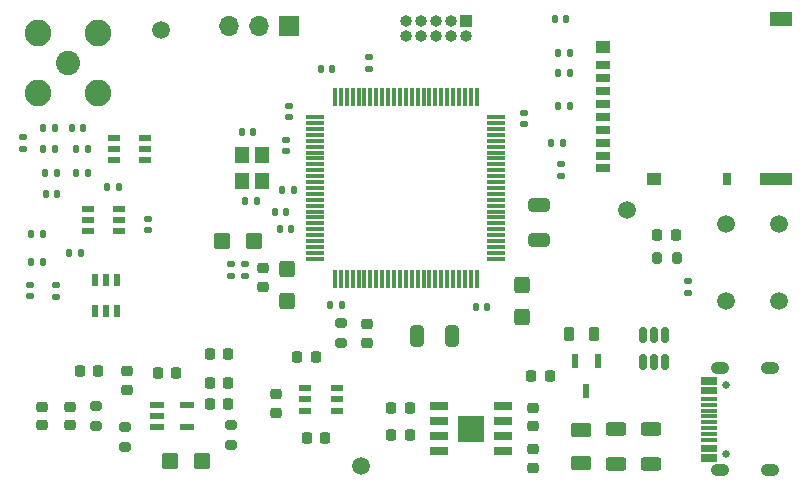
<source format=gbr>
%TF.GenerationSoftware,KiCad,Pcbnew,(5.99.0-8018-g9a0f685a75)*%
%TF.CreationDate,2021-03-05T19:35:09+00:00*%
%TF.ProjectId,CM4,434d342e-6b69-4636-9164-5f7063625858,rev?*%
%TF.SameCoordinates,Original*%
%TF.FileFunction,Soldermask,Top*%
%TF.FilePolarity,Negative*%
%FSLAX46Y46*%
G04 Gerber Fmt 4.6, Leading zero omitted, Abs format (unit mm)*
G04 Created by KiCad (PCBNEW (5.99.0-8018-g9a0f685a75)) date 2021-03-05 19:35:09*
%MOMM*%
%LPD*%
G01*
G04 APERTURE LIST*
G04 Aperture macros list*
%AMRoundRect*
0 Rectangle with rounded corners*
0 $1 Rounding radius*
0 $2 $3 $4 $5 $6 $7 $8 $9 X,Y pos of 4 corners*
0 Add a 4 corners polygon primitive as box body*
4,1,4,$2,$3,$4,$5,$6,$7,$8,$9,$2,$3,0*
0 Add four circle primitives for the rounded corners*
1,1,$1+$1,$2,$3,0*
1,1,$1+$1,$4,$5,0*
1,1,$1+$1,$6,$7,0*
1,1,$1+$1,$8,$9,0*
0 Add four rect primitives between the rounded corners*
20,1,$1+$1,$2,$3,$4,$5,0*
20,1,$1+$1,$4,$5,$6,$7,0*
20,1,$1+$1,$6,$7,$8,$9,0*
20,1,$1+$1,$8,$9,$2,$3,0*%
G04 Aperture macros list end*
%ADD10RoundRect,0.140000X-0.140000X-0.170000X0.140000X-0.170000X0.140000X0.170000X-0.140000X0.170000X0*%
%ADD11RoundRect,0.225000X-0.250000X0.225000X-0.250000X-0.225000X0.250000X-0.225000X0.250000X0.225000X0*%
%ADD12RoundRect,0.225000X0.250000X-0.225000X0.250000X0.225000X-0.250000X0.225000X-0.250000X-0.225000X0*%
%ADD13R,1.000000X1.000000*%
%ADD14O,1.000000X1.000000*%
%ADD15R,1.050000X0.550000*%
%ADD16RoundRect,0.250000X0.325000X0.650000X-0.325000X0.650000X-0.325000X-0.650000X0.325000X-0.650000X0*%
%ADD17RoundRect,0.225000X-0.225000X-0.250000X0.225000X-0.250000X0.225000X0.250000X-0.225000X0.250000X0*%
%ADD18RoundRect,0.250000X0.625000X-0.375000X0.625000X0.375000X-0.625000X0.375000X-0.625000X-0.375000X0*%
%ADD19RoundRect,0.250000X-0.425000X0.450000X-0.425000X-0.450000X0.425000X-0.450000X0.425000X0.450000X0*%
%ADD20RoundRect,0.135000X0.135000X0.185000X-0.135000X0.185000X-0.135000X-0.185000X0.135000X-0.185000X0*%
%ADD21RoundRect,0.140000X-0.170000X0.140000X-0.170000X-0.140000X0.170000X-0.140000X0.170000X0.140000X0*%
%ADD22RoundRect,0.135000X-0.135000X-0.185000X0.135000X-0.185000X0.135000X0.185000X-0.135000X0.185000X0*%
%ADD23RoundRect,0.218750X0.256250X-0.218750X0.256250X0.218750X-0.256250X0.218750X-0.256250X-0.218750X0*%
%ADD24RoundRect,0.140000X0.140000X0.170000X-0.140000X0.170000X-0.140000X-0.170000X0.140000X-0.170000X0*%
%ADD25C,0.670000*%
%ADD26R,1.450000X0.300000*%
%ADD27RoundRect,0.500000X0.300000X0.000000X0.300000X0.000000X-0.300000X0.000000X-0.300000X0.000000X0*%
%ADD28RoundRect,0.250000X-0.650000X0.325000X-0.650000X-0.325000X0.650000X-0.325000X0.650000X0.325000X0*%
%ADD29C,1.500000*%
%ADD30RoundRect,0.150000X0.150000X-0.512500X0.150000X0.512500X-0.150000X0.512500X-0.150000X-0.512500X0*%
%ADD31C,2.050000*%
%ADD32C,2.250000*%
%ADD33R,1.200000X0.600000*%
%ADD34RoundRect,0.218750X-0.218750X-0.256250X0.218750X-0.256250X0.218750X0.256250X-0.218750X0.256250X0*%
%ADD35RoundRect,0.250000X-0.450000X-0.425000X0.450000X-0.425000X0.450000X0.425000X-0.450000X0.425000X0*%
%ADD36R,1.200000X1.400000*%
%ADD37R,1.700000X1.700000*%
%ADD38O,1.700000X1.700000*%
%ADD39RoundRect,0.140000X0.170000X-0.140000X0.170000X0.140000X-0.170000X0.140000X-0.170000X-0.140000X0*%
%ADD40RoundRect,0.200000X-0.275000X0.200000X-0.275000X-0.200000X0.275000X-0.200000X0.275000X0.200000X0*%
%ADD41RoundRect,0.250000X-0.625000X0.312500X-0.625000X-0.312500X0.625000X-0.312500X0.625000X0.312500X0*%
%ADD42RoundRect,0.135000X0.185000X-0.135000X0.185000X0.135000X-0.185000X0.135000X-0.185000X-0.135000X0*%
%ADD43RoundRect,0.250000X0.450000X0.425000X-0.450000X0.425000X-0.450000X-0.425000X0.450000X-0.425000X0*%
%ADD44RoundRect,0.200000X0.200000X0.275000X-0.200000X0.275000X-0.200000X-0.275000X0.200000X-0.275000X0*%
%ADD45RoundRect,0.075000X-0.725000X-0.075000X0.725000X-0.075000X0.725000X0.075000X-0.725000X0.075000X0*%
%ADD46RoundRect,0.075000X-0.075000X-0.725000X0.075000X-0.725000X0.075000X0.725000X-0.075000X0.725000X0*%
%ADD47R,0.600000X1.200000*%
%ADD48RoundRect,0.200000X0.275000X-0.200000X0.275000X0.200000X-0.275000X0.200000X-0.275000X-0.200000X0*%
%ADD49RoundRect,0.225000X0.225000X0.250000X-0.225000X0.250000X-0.225000X-0.250000X0.225000X-0.250000X0*%
%ADD50RoundRect,0.135000X-0.185000X0.135000X-0.185000X-0.135000X0.185000X-0.135000X0.185000X0.135000X0*%
%ADD51R,0.550000X1.050000*%
%ADD52R,1.200000X0.700000*%
%ADD53R,0.800000X1.000000*%
%ADD54R,2.800000X1.000000*%
%ADD55R,1.900000X1.300000*%
%ADD56R,1.200000X1.000000*%
%ADD57R,1.525000X0.650000*%
%ADD58R,2.290000X2.290000*%
%ADD59R,1.000001X0.599999*%
%ADD60RoundRect,0.218750X-0.218750X-0.381250X0.218750X-0.381250X0.218750X0.381250X-0.218750X0.381250X0*%
G04 APERTURE END LIST*
D10*
%TO.C,C12*%
X101720000Y-96600000D03*
X102680000Y-96600000D03*
%TD*%
D11*
%TO.C,C3*%
X141000000Y-109725000D03*
X141000000Y-111275000D03*
%TD*%
D12*
%TO.C,C35*%
X101800000Y-111175000D03*
X101800000Y-109625000D03*
%TD*%
D13*
%TO.C,J3*%
X135300000Y-77000000D03*
D14*
X135300000Y-78270000D03*
X134030000Y-77000000D03*
X134030000Y-78270000D03*
X132760000Y-77000000D03*
X132760000Y-78270000D03*
X131490000Y-77000000D03*
X131490000Y-78270000D03*
X130220000Y-77000000D03*
X130220000Y-78270000D03*
%TD*%
D15*
%TO.C,IC3*%
X103300000Y-92850000D03*
X103300000Y-93800000D03*
X103300000Y-94750000D03*
X105900000Y-94750000D03*
X105900000Y-93800000D03*
X105900000Y-92850000D03*
%TD*%
D11*
%TO.C,C5*%
X141000000Y-113225000D03*
X141000000Y-114775000D03*
%TD*%
D16*
%TO.C,C15*%
X134075000Y-103600000D03*
X131125000Y-103600000D03*
%TD*%
D17*
%TO.C,C39*%
X113625000Y-109400000D03*
X115175000Y-109400000D03*
%TD*%
D18*
%TO.C,F1*%
X145000000Y-114400000D03*
X145000000Y-111600000D03*
%TD*%
D17*
%TO.C,C40*%
X113625000Y-105200000D03*
X115175000Y-105200000D03*
%TD*%
D19*
%TO.C,C25*%
X120142000Y-97964000D03*
X120142000Y-100664000D03*
%TD*%
D20*
%TO.C,R8*%
X99510000Y-95000000D03*
X98490000Y-95000000D03*
%TD*%
D21*
%TO.C,C18*%
X120100000Y-87020000D03*
X120100000Y-87980000D03*
%TD*%
D22*
%TO.C,R4*%
X102290000Y-87800000D03*
X103310000Y-87800000D03*
%TD*%
D17*
%TO.C,C38*%
X113625000Y-107600000D03*
X115175000Y-107600000D03*
%TD*%
D10*
%TO.C,C34*%
X142800000Y-76800000D03*
X143760000Y-76800000D03*
%TD*%
D23*
%TO.C,D2*%
X126900000Y-104187500D03*
X126900000Y-102612500D03*
%TD*%
D21*
%TO.C,C17*%
X140200000Y-84720000D03*
X140200000Y-85680000D03*
%TD*%
D17*
%TO.C,C36*%
X109225000Y-106800000D03*
X110775000Y-106800000D03*
%TD*%
D20*
%TO.C,R3*%
X105910000Y-91000000D03*
X104890000Y-91000000D03*
%TD*%
D19*
%TO.C,C13*%
X140000000Y-99350000D03*
X140000000Y-102050000D03*
%TD*%
D24*
%TO.C,C16*%
X124780000Y-101000000D03*
X123820000Y-101000000D03*
%TD*%
D25*
%TO.C,J1*%
X157350000Y-113600000D03*
X157350000Y-107800000D03*
D26*
X155900000Y-114100000D03*
X155900000Y-113300000D03*
X155900000Y-111950000D03*
X155900000Y-110950000D03*
X155900000Y-110450000D03*
X155900000Y-109450000D03*
X155900000Y-108100000D03*
X155900000Y-107300000D03*
X155900000Y-107600000D03*
X155900000Y-108400000D03*
X155900000Y-108950000D03*
X155900000Y-109950000D03*
X155900000Y-111450000D03*
X155900000Y-112450000D03*
X155900000Y-113000000D03*
X155900000Y-113800000D03*
D27*
X156820000Y-115020000D03*
X156820000Y-106380000D03*
X161000000Y-115020000D03*
X161000000Y-106380000D03*
%TD*%
D28*
%TO.C,C19*%
X141500000Y-92525000D03*
X141500000Y-95475000D03*
%TD*%
D29*
%TO.C,S1*%
X161800000Y-100650000D03*
X161800000Y-94150000D03*
X157300000Y-94150000D03*
X157300000Y-100650000D03*
%TD*%
D20*
%TO.C,R11*%
X99510000Y-97400000D03*
X98490000Y-97400000D03*
%TD*%
%TO.C,R20*%
X120710000Y-91300000D03*
X119690000Y-91300000D03*
%TD*%
D30*
%TO.C,U4*%
X150250000Y-105837500D03*
X151200000Y-105837500D03*
X152150000Y-105837500D03*
X152150000Y-103562500D03*
X151200000Y-103562500D03*
X150250000Y-103562500D03*
%TD*%
D17*
%TO.C,C41*%
X102625000Y-106600000D03*
X104175000Y-106600000D03*
%TD*%
%TO.C,C27*%
X121825000Y-112250000D03*
X123375000Y-112250000D03*
%TD*%
D29*
%TO.C,FID3*%
X148900000Y-93000000D03*
%TD*%
D22*
%TO.C,R7*%
X99490000Y-86000000D03*
X100510000Y-86000000D03*
%TD*%
D31*
%TO.C,J2*%
X101600000Y-80500000D03*
D32*
X104140000Y-77960000D03*
X99060000Y-77960000D03*
X99060000Y-83040000D03*
X104140000Y-83040000D03*
%TD*%
D33*
%TO.C,IC6*%
X109150000Y-109450000D03*
X109150000Y-110400000D03*
X109150000Y-111350000D03*
X111650000Y-111350000D03*
X111650000Y-109450000D03*
%TD*%
D20*
%TO.C,R17*%
X144110000Y-79700000D03*
X143090000Y-79700000D03*
%TD*%
D34*
%TO.C,D3*%
X151500000Y-95100000D03*
X153075000Y-95100000D03*
%TD*%
D20*
%TO.C,R19*%
X144110000Y-81400000D03*
X143090000Y-81400000D03*
%TD*%
D10*
%TO.C,C10*%
X99720000Y-91600000D03*
X100680000Y-91600000D03*
%TD*%
D35*
%TO.C,C42*%
X110250000Y-114200000D03*
X112950000Y-114200000D03*
%TD*%
D21*
%TO.C,C32*%
X98400000Y-99320000D03*
X98400000Y-100280000D03*
%TD*%
D10*
%TO.C,C21*%
X123020000Y-81000000D03*
X123980000Y-81000000D03*
%TD*%
D36*
%TO.C,Y1*%
X116350000Y-88300000D03*
X116350000Y-90500000D03*
X118050000Y-90500000D03*
X118050000Y-88300000D03*
%TD*%
D20*
%TO.C,R23*%
X143510000Y-87300000D03*
X142490000Y-87300000D03*
%TD*%
D37*
%TO.C,J7*%
X120300000Y-77400000D03*
D38*
X117760000Y-77400000D03*
X115220000Y-77400000D03*
%TD*%
D23*
%TO.C,FB2*%
X118110000Y-99466500D03*
X118110000Y-97891500D03*
%TD*%
D39*
%TO.C,C20*%
X120300000Y-85080000D03*
X120300000Y-84120000D03*
%TD*%
D40*
%TO.C,R12*%
X115400000Y-111175000D03*
X115400000Y-112825000D03*
%TD*%
D41*
%TO.C,R1*%
X151000000Y-111537500D03*
X151000000Y-114462500D03*
%TD*%
D12*
%TO.C,C22*%
X119253000Y-110122000D03*
X119253000Y-108572000D03*
%TD*%
D21*
%TO.C,C26*%
X115443000Y-97564000D03*
X115443000Y-98524000D03*
%TD*%
D42*
%TO.C,R27*%
X127100000Y-81010000D03*
X127100000Y-79990000D03*
%TD*%
D12*
%TO.C,C37*%
X106600000Y-108175000D03*
X106600000Y-106625000D03*
%TD*%
D39*
%TO.C,C50*%
X154100000Y-99980000D03*
X154100000Y-99020000D03*
%TD*%
D41*
%TO.C,R2*%
X148000000Y-111537500D03*
X148000000Y-114462500D03*
%TD*%
D10*
%TO.C,C48*%
X116620000Y-92200000D03*
X117580000Y-92200000D03*
%TD*%
D43*
%TO.C,C23*%
X117350000Y-95600000D03*
X114650000Y-95600000D03*
%TD*%
D44*
%TO.C,R28*%
X153125000Y-97000000D03*
X151475000Y-97000000D03*
%TD*%
D45*
%TO.C,U2*%
X122525000Y-85100000D03*
X122525000Y-85600000D03*
X122525000Y-86100000D03*
X122525000Y-86600000D03*
X122525000Y-87100000D03*
X122525000Y-87600000D03*
X122525000Y-88100000D03*
X122525000Y-88600000D03*
X122525000Y-89100000D03*
X122525000Y-89600000D03*
X122525000Y-90100000D03*
X122525000Y-90600000D03*
X122525000Y-91100000D03*
X122525000Y-91600000D03*
X122525000Y-92100000D03*
X122525000Y-92600000D03*
X122525000Y-93100000D03*
X122525000Y-93600000D03*
X122525000Y-94100000D03*
X122525000Y-94600000D03*
X122525000Y-95100000D03*
X122525000Y-95600000D03*
X122525000Y-96100000D03*
X122525000Y-96600000D03*
X122525000Y-97100000D03*
D46*
X124200000Y-98775000D03*
X124700000Y-98775000D03*
X125200000Y-98775000D03*
X125700000Y-98775000D03*
X126200000Y-98775000D03*
X126700000Y-98775000D03*
X127200000Y-98775000D03*
X127700000Y-98775000D03*
X128200000Y-98775000D03*
X128700000Y-98775000D03*
X129200000Y-98775000D03*
X129700000Y-98775000D03*
X130200000Y-98775000D03*
X130700000Y-98775000D03*
X131200000Y-98775000D03*
X131700000Y-98775000D03*
X132200000Y-98775000D03*
X132700000Y-98775000D03*
X133200000Y-98775000D03*
X133700000Y-98775000D03*
X134200000Y-98775000D03*
X134700000Y-98775000D03*
X135200000Y-98775000D03*
X135700000Y-98775000D03*
X136200000Y-98775000D03*
D45*
X137875000Y-97100000D03*
X137875000Y-96600000D03*
X137875000Y-96100000D03*
X137875000Y-95600000D03*
X137875000Y-95100000D03*
X137875000Y-94600000D03*
X137875000Y-94100000D03*
X137875000Y-93600000D03*
X137875000Y-93100000D03*
X137875000Y-92600000D03*
X137875000Y-92100000D03*
X137875000Y-91600000D03*
X137875000Y-91100000D03*
X137875000Y-90600000D03*
X137875000Y-90100000D03*
X137875000Y-89600000D03*
X137875000Y-89100000D03*
X137875000Y-88600000D03*
X137875000Y-88100000D03*
X137875000Y-87600000D03*
X137875000Y-87100000D03*
X137875000Y-86600000D03*
X137875000Y-86100000D03*
X137875000Y-85600000D03*
X137875000Y-85100000D03*
D46*
X136200000Y-83425000D03*
X135700000Y-83425000D03*
X135200000Y-83425000D03*
X134700000Y-83425000D03*
X134200000Y-83425000D03*
X133700000Y-83425000D03*
X133200000Y-83425000D03*
X132700000Y-83425000D03*
X132200000Y-83425000D03*
X131700000Y-83425000D03*
X131200000Y-83425000D03*
X130700000Y-83425000D03*
X130200000Y-83425000D03*
X129700000Y-83425000D03*
X129200000Y-83425000D03*
X128700000Y-83425000D03*
X128200000Y-83425000D03*
X127700000Y-83425000D03*
X127200000Y-83425000D03*
X126700000Y-83425000D03*
X126200000Y-83425000D03*
X125700000Y-83425000D03*
X125200000Y-83425000D03*
X124700000Y-83425000D03*
X124200000Y-83425000D03*
%TD*%
D15*
%TO.C,IC2*%
X105500000Y-86850000D03*
X105500000Y-87800000D03*
X105500000Y-88750000D03*
X108100000Y-88750000D03*
X108100000Y-87800000D03*
X108100000Y-86850000D03*
%TD*%
D47*
%TO.C,Q1*%
X146450000Y-105750000D03*
X144550000Y-105750000D03*
X145500000Y-108250000D03*
%TD*%
D29*
%TO.C,FID2*%
X126400000Y-114600000D03*
%TD*%
D48*
%TO.C,R14*%
X104000000Y-111225000D03*
X104000000Y-109575000D03*
%TD*%
D12*
%TO.C,C33*%
X99400000Y-111175000D03*
X99400000Y-109625000D03*
%TD*%
D10*
%TO.C,C11*%
X101920000Y-86000000D03*
X102880000Y-86000000D03*
%TD*%
D49*
%TO.C,C28*%
X122575000Y-105400000D03*
X121025000Y-105400000D03*
%TD*%
D50*
%TO.C,R10*%
X97800000Y-86790000D03*
X97800000Y-87810000D03*
%TD*%
D20*
%TO.C,R6*%
X103310000Y-89800000D03*
X102290000Y-89800000D03*
%TD*%
D48*
%TO.C,R13*%
X106400000Y-113025000D03*
X106400000Y-111375000D03*
%TD*%
D51*
%TO.C,IC5*%
X105750000Y-98900000D03*
X104800000Y-98900000D03*
X103850000Y-98900000D03*
X103850000Y-101500000D03*
X104800000Y-101500000D03*
X105750000Y-101500000D03*
%TD*%
D52*
%TO.C,J4*%
X146875000Y-80725000D03*
X146875000Y-81825000D03*
X146875000Y-82925000D03*
X146875000Y-84025000D03*
X146875000Y-85125000D03*
X146875000Y-86225000D03*
X146875000Y-87325000D03*
X146875000Y-88425000D03*
X146875000Y-89375000D03*
D53*
X157375000Y-90325000D03*
D54*
X161525000Y-90325000D03*
D55*
X161975000Y-76825000D03*
D56*
X146875000Y-79175000D03*
X151175000Y-90325000D03*
%TD*%
D10*
%TO.C,C29*%
X119120000Y-93110000D03*
X120080000Y-93110000D03*
%TD*%
D21*
%TO.C,C30*%
X108400000Y-93720000D03*
X108400000Y-94680000D03*
%TD*%
D57*
%TO.C,IC1*%
X133038000Y-109595000D03*
X133038000Y-110865000D03*
X133038000Y-112135000D03*
X133038000Y-113405000D03*
X138462000Y-113405000D03*
X138462000Y-112135000D03*
X138462000Y-110865000D03*
X138462000Y-109595000D03*
D58*
X135750000Y-111500000D03*
%TD*%
D42*
%TO.C,R5*%
X100600000Y-100310000D03*
X100600000Y-99290000D03*
%TD*%
D29*
%TO.C,FID1*%
X109500000Y-77750000D03*
%TD*%
D10*
%TO.C,C49*%
X116320000Y-86400000D03*
X117280000Y-86400000D03*
%TD*%
%TO.C,C31*%
X99520000Y-87800000D03*
X100480000Y-87800000D03*
%TD*%
D49*
%TO.C,C1*%
X130525000Y-109750000D03*
X128975000Y-109750000D03*
%TD*%
D22*
%TO.C,R9*%
X99690000Y-89800000D03*
X100710000Y-89800000D03*
%TD*%
D24*
%TO.C,C14*%
X137080000Y-101200000D03*
X136120000Y-101200000D03*
%TD*%
D20*
%TO.C,R22*%
X144110000Y-84200000D03*
X143090000Y-84200000D03*
%TD*%
D59*
%TO.C,U3*%
X121624999Y-108049999D03*
X121624999Y-109000000D03*
X121624999Y-109949998D03*
X124374999Y-109949998D03*
X124374999Y-109000000D03*
X124374999Y-108049999D03*
%TD*%
D50*
%TO.C,R24*%
X143300000Y-89090000D03*
X143300000Y-90110000D03*
%TD*%
D49*
%TO.C,C4*%
X130525000Y-112000000D03*
X128975000Y-112000000D03*
%TD*%
D60*
%TO.C,FB1*%
X144037500Y-103500000D03*
X146162500Y-103500000D03*
%TD*%
D10*
%TO.C,C24*%
X119520000Y-94600000D03*
X120480000Y-94600000D03*
%TD*%
D17*
%TO.C,C2*%
X140825000Y-107000000D03*
X142375000Y-107000000D03*
%TD*%
D50*
%TO.C,R18*%
X116586000Y-97534000D03*
X116586000Y-98554000D03*
%TD*%
D48*
%TO.C,R21*%
X124700000Y-104225000D03*
X124700000Y-102575000D03*
%TD*%
M02*

</source>
